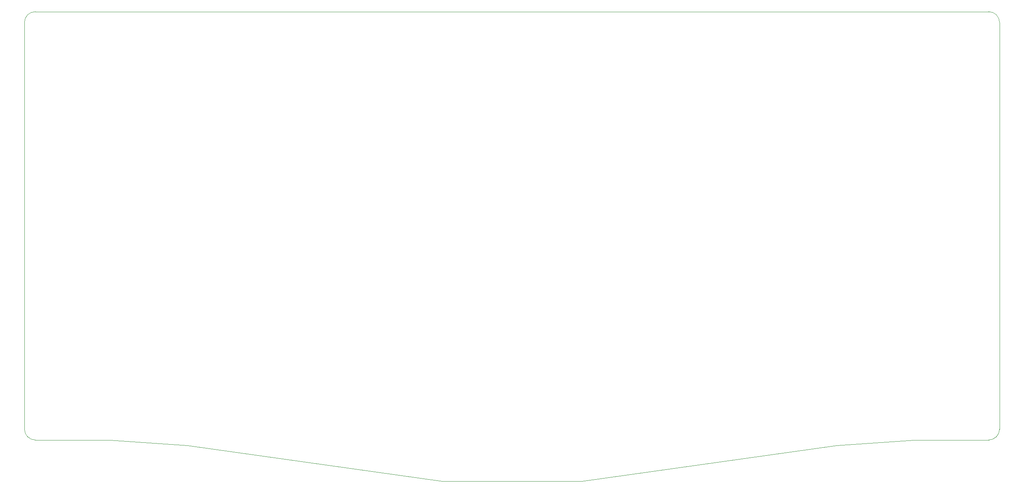
<source format=gbr>
G04 #@! TF.GenerationSoftware,KiCad,Pcbnew,(5.1.4)-1*
G04 #@! TF.CreationDate,2021-09-17T17:56:12-10:00*
G04 #@! TF.ProjectId,oya38split,6f796133-3873-4706-9c69-742e6b696361,rev?*
G04 #@! TF.SameCoordinates,Original*
G04 #@! TF.FileFunction,Profile,NP*
%FSLAX46Y46*%
G04 Gerber Fmt 4.6, Leading zero omitted, Abs format (unit mm)*
G04 Created by KiCad (PCBNEW (5.1.4)-1) date 2021-09-17 17:56:12*
%MOMM*%
%LPD*%
G04 APERTURE LIST*
%ADD10C,0.050000*%
G04 APERTURE END LIST*
D10*
X50006250Y-28575000D02*
X261937500Y-28575000D01*
X264318750Y-30956250D02*
X264318750Y-121443750D01*
X261937500Y-28575000D02*
G75*
G02X264318750Y-30956250I0J-2381250D01*
G01*
X261937500Y-123825000D02*
X245268750Y-123825000D01*
X264318750Y-121443750D02*
G75*
G02X261937500Y-123825000I-2381250J0D01*
G01*
X245268750Y-123825000D02*
X228068155Y-125033593D01*
X228068155Y-125033593D02*
X171474335Y-132987335D01*
X171474335Y-132987335D02*
X140469415Y-132987335D01*
X140469415Y-132987335D02*
X83875595Y-125033593D01*
X83875595Y-125033593D02*
X66675000Y-123825000D01*
X50006250Y-123825000D02*
X66675000Y-123825000D01*
X50006250Y-123825000D02*
G75*
G02X47625000Y-121443750I0J2381250D01*
G01*
X47625000Y-30956250D02*
X47625000Y-121443750D01*
X47625000Y-30956250D02*
G75*
G02X50006250Y-28575000I2381250J0D01*
G01*
M02*

</source>
